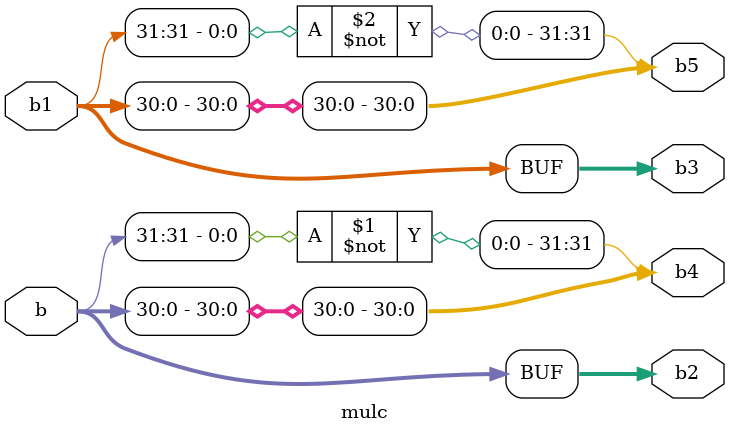
<source format=v>
`timescale 1ns / 1ps
module mulc(
    input [31:0] b,
    input [31:0] b1,
    output [31:0] b2,
    output [31:0] b3,
    output [31:0] b4,
    output [31:0] b5
    );

assign b2=b,b3=b1;
assign b4[31]=~b[31],b4[30:0]=b[30:0],b5[31]=~b1[31],b5[30:0]=b1[30:0];
endmodule

</source>
